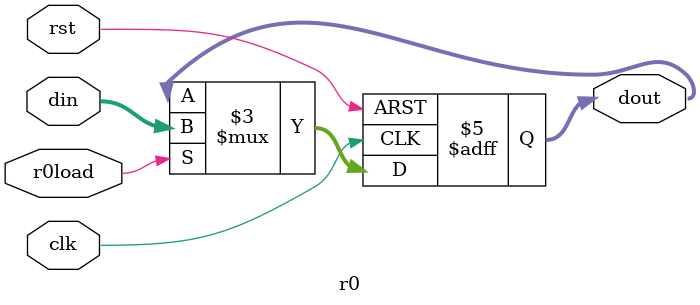
<source format=v>
/*r0通用寄存器*/
module r0(
    input[7:0]          din,
    input               clk, rst, r0load, 
    output reg[7:0]     dout
    );
    always @(posedge clk or negedge rst) begin
        if(rst == 0) begin
            dout <= 0;
        end
        else if(r0load) begin
            dout <= din;
        end
    end
endmodule

</source>
